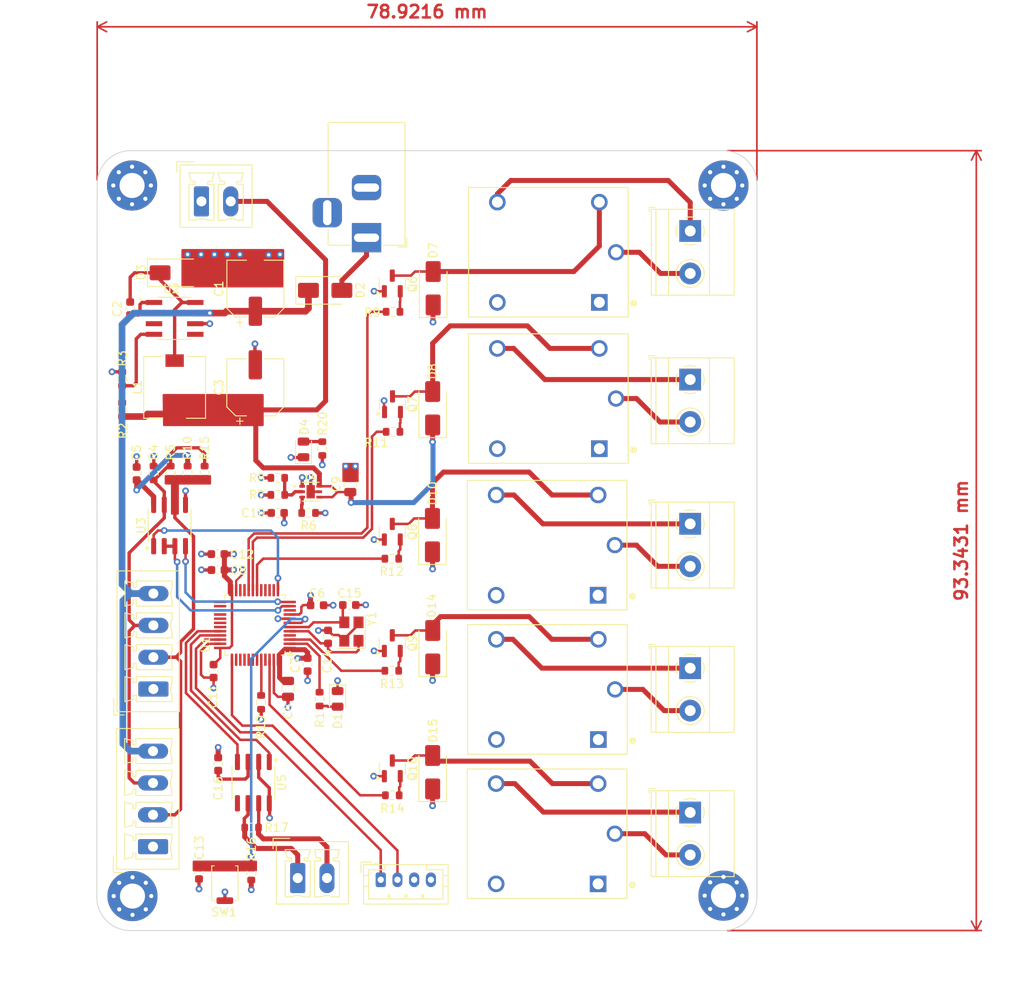
<source format=kicad_pcb>
(kicad_pcb (version 20240108) (generator "pcbnew") (generator_version "8.0")
  (layers (0 "F.Cu" signal) (1 "In1.Cu" power "GND") (2 "In2.Cu" power "PWR") (31 "B.Cu" signal) (34 "B.Paste" user) (35 "F.Paste" user) (36 "B.SilkS" user "B.Silkscreen") (37 "F.SilkS" user "F.Silkscreen") (38 "B.Mask" user) (39 "F.Mask" user) (44 "Edge.Cuts" user))
  (net 0 "")
  (net 1 "GND")
  (net 2 "+24V")
  (net 3 "Net-(U2-BOOT)")
  (net 4 "Net-(D3-K)")
  (net 5 "+12V")
  (net 6 "+3.3V")
  (net 7 "+3V3")
  (net 8 "Net-(D1-A)")
  (net 9 "Net-(D2-A)")
  (net 10 "Net-(D4-A)")
  (net 11 "Net-(D7-A)")
  (net 12 "Net-(D8-A)")
  (net 13 "Net-(D10-A)")
  (net 14 "Net-(D14-A)")
  (net 15 "Net-(D15-A)")
  (net 16 "Net-(J5-Pin_2)")
  (net 17 "Net-(J5-Pin_3)")
  (net 18 "Net-(J14-Pin_1)")
  (net 19 "Net-(J14-Pin_2)")
  (net 20 "Net-(J15-Pin_2)")
  (net 21 "Net-(J15-Pin_1)")
  (net 22 "Net-(J16-Pin_2)")
  (net 23 "Net-(J16-Pin_1)")
  (net 24 "Net-(J17-Pin_1)")
  (net 25 "Net-(J17-Pin_2)")
  (net 26 "Net-(J18-Pin_1)")
  (net 27 "Net-(J18-Pin_2)")
  (net 28 "Net-(Q6-B)")
  (net 29 "Net-(Q7-B)")
  (net 30 "Net-(Q8-B)")
  (net 31 "Net-(Q9-B)")
  (net 32 "Net-(Q10-B)")
  (net 33 "NRST")
  (net 34 "Net-(U2-VSENSE)")
  (net 35 "Net-(U4-PG)")
  (net 36 "Net-(U4-NC)")
  (net 37 "/HydroB/Block Relay1/RELAY_1")
  (net 38 "/HydroB/Block Relay1/RELAY_4")
  (net 39 "/HydroB/Block Relay1/RELAY_2")
  (net 40 "/HydroB/Block Relay1/RELAY_5")
  (net 41 "/HydroB/Block Relay1/RELAY_3")
  (net 42 "/HydroB/Block Sensor1/RS485_RX")
  (net 43 "/HydroB/Block Sensor1/EN_RS485")
  (net 44 "/HydroB/Block Sensor1/RS485_TX")
  (net 45 "HSE_IN")
  (net 46 "HSE_OUT")
  (net 47 "Net-(U5-VCC)")
  (net 48 "Net-(J3-Pin_1)")
  (net 49 "Net-(J3-Pin_2)")
  (net 50 "SWCLK")
  (net 51 "SWDIO")
  (net 52 "LED")
  (net 53 "BOOT0")
  (net 59 "/HydroB/Canbus tranceiver /CAN_RX")
  (net 68 "/HydroB/Canbus tranceiver /CAN_TX")
  (net 76 "ENA")
  (footprint "Package_TO_SOT_SMD:SOT-23" (layer "F.Cu") (at 143.4055 81.1755 90)
    (property "Reference" "Q7")
    (property "Value" "S8050")
  )
  (footprint "Resistor_SMD:R_0603_1608Metric" (layer "F.Cu") (at 143.4685 84.4775)
    (property "Reference" "R11")
    (property "Value" "470")
  )
  (footprint "Diode_SMD:D_SMA" (layer "F.Cu") (at 117.6 65.45)
    (property "Reference" "D3")
    (property "Value" "B340")
  )
  (footprint "Connector_Phoenix_MC:PhoenixContact_MCV_1,5_2-G-3.5_1x02_P3.50mm_Vertical" (layer "F.Cu") (at 120.55 56.9)
    (property "Reference" "J1" (hide yes))
    (property "Value" "FAN")
  )
  (footprint "TerminalBlock_Phoenix:TerminalBlock_Phoenix_MKDS-1,5-2-5.08_1x02_P5.08mm_Horizontal" (layer "F.Cu") (at 179.019 78.227 -90)
    (property "Reference" "J15" (hide yes))
    (property "Value" "Screw_Terminal_01x02")
  )
  (footprint "Capacitor_SMD:C_0603_1608Metric" (layer "F.Cu") (at 135.6965 109.0225 90)
    (property "Reference" "C14")
    (property "Value" "22PF")
  )
  (footprint "Resistor_SMD:R_0603_1608Metric" (layer "F.Cu") (at 118.896 89.412 -90)
    (property "Reference" "R10")
    (property "Value" "2.1k")
  )
  (footprint "Inductor_SMD:L_7.3x7.3_H4.5" (layer "F.Cu") (at 117.3415 79.1595 90)
    (property "Reference" "L1")
    (property "Value" "68uH")
  )
  (footprint "Crystal:Crystal_SMD_3225-4Pin_3.2x2.5mm" (layer "F.Cu") (at 138.4905 108.3875 90)
    (property "Reference" "Y1")
    (property "Value" "8Mhz")
  )
  (footprint "SRD-05VDC-SL-C (1):RELAY_SRD-05VDC-SL-C" (layer "F.Cu") (at 161.907 98.044 180)
    (property "Reference" "K8" (hide yes))
    (property "Value" "SRD-05VDC-SL-C")
  )
  (footprint "Package_TO_SOT_SMD:SOT-23" (layer "F.Cu") (at 143.383 124.7625 90)
    (property "Reference" "Q10")
    (property "Value" "S8050")
  )
  (footprint "Capacitor_SMD:C_0603_1608Metric" (layer "F.Cu") (at 122 113.122 -90)
    (property "Reference" "C11")
    (property "Value" "100nf")
  )
  (footprint "Resistor_SMD:R_0603_1608Metric" (layer "F.Cu") (at 143.383 127.986)
    (property "Reference" "R14")
    (property "Value" "470")
  )
  (footprint "Package_TO_SOT_SMD:SOT-23" (layer "F.Cu") (at 143.383 66.7235 90)
    (property "Reference" "Q6")
    (property "Value" "S8050")
  )
  (footprint "Capacitor_SMD:CP_Elec_6.3x5.4_Nichicon" (layer "F.Cu") (at 126.9935 79.1595 90)
    (property "Reference" "C3")
    (property "Value" "47uF")
  )
  (footprint "Diode_SMD:D_SMA" (layer "F.Cu") (at 148.209 81.661 90)
    (property "Reference" "D8")
    (property "Value" "1N4007")
  )
  (footprint "Capacitor_SMD:C_0603_1608Metric" (layer "F.Cu") (at 134.383 105.242)
    (property "Reference" "C6")
    (property "Value" "100nf")
  )
  (footprint "SRD-05VDC-SL-C (1):RELAY_SRD-05VDC-SL-C" (layer "F.Cu") (at 162.048 80.5 180)
    (property "Reference" "K7" (hide yes))
    (property "Value" "SRD-05VDC-SL-C")
  )
  (footprint "Connector_Phoenix_MC:PhoenixContact_MCV_1,5_4-G-3.81_1x04_P3.81mm_Vertical" (layer "F.Cu") (at 114.8 115.27 90)
    (property "Reference" "J5" (hide yes))
    (property "Value" "PH SENSOR")
  )
  (footprint "SRD-05VDC-SL-C (1):RELAY_SRD-05VDC-SL-C" (layer "F.Cu") (at 162.052 62.992 180)
    (property "Reference" "K5" (hide yes))
    (property "Value" "SRD-05VDC-SL-C")
  )
  (footprint "Resistor_SMD:R_0603_1608Metric" (layer "F.Cu") (at 134.6815 116.474 -90)
    (property "Reference" "R1")
    (property "Value" "1k")
  )
  (footprint "LED_SMD:LED_0805_2012Metric" (layer "F.Cu") (at 136.8365 116.444 -90)
    (property "Reference" "D1")
    (property "Value" "LED_Small")
  )
  (footprint "Capacitor_SMD:C_0603_1608Metric" (layer "F.Cu") (at 129.6685 94.1895)
    (property "Reference" "C10")
    (property "Value" "1uF")
  )
  (footprint "Capacitor_SMD:C_0603_1608Metric" (layer "F.Cu") (at 122.5085 99.1195 180)
    (property "Reference" "C12")
    (property "Value" "100nf")
  )
  (footprint "Package_SO:SOIC-8_3.9x4.9mm_P1.27mm" (layer "F.Cu") (at 126.7625 126.4715 -90)
    (property "Reference" "U5")
    (property "Value" "SN65HVD230")
  )
  (footprint "Package_TO_SOT_SMD:SOT-23" (layer "F.Cu") (at 143.383 96.4415 90)
    (property "Reference" "Q8")
    (property "Value" "S8050")
  )
  (footprint "TerminalBlock_Phoenix:TerminalBlock_Phoenix_MKDS-1,5-2-5.08_1x02_P5.08mm_Horizontal" (layer "F.Cu") (at 179.019 130.043 -90)
    (property "Reference" "J18" (hide yes))
    (property "Value" "Screw_Terminal_01x02")
  )
  (footprint "Connector_JST:JST_PH_B4B-PH-K_1x04_P2.00mm_Vertical" (layer "F.Cu") (at 142 138.1)
    (property "Reference" "J4" (hide yes))
    (property "Value" "Conn_01x04_Pin")
  )
  (footprint "Resistor_SMD:R_0603_1608Metric" (layer "F.Cu") (at 143.32 113.0785)
    (property "Reference" "R13")
    (property "Value" "470")
  )
  (footprint "MountingHole:MountingHole_3mm_Pad_Via" (layer "F.Cu") (at 112.3 140.05)
    (property "Reference" "H8" (hide yes))
    (property "Value" "MountingHole")
  )
  (footprint "Capacitor_SMD:C_0603_1608Metric" (layer "F.Cu") (at 112.0225 69.7225 -90)
    (property "Reference" "C2")
    (property "Value" "0.01uF")
  )
  (footprint "Diode_SMD:D_SMA" (layer "F.Cu") (at 148.2745 67.2965 90)
    (property "Reference" "D7")
    (property "Value" "1N4007")
  )
  (footprint "Package_SO:SOIC-8_3.9x4.9mm_P1.27mm" (layer "F.Cu") (at 116.737 95.698 90)
    (property "Reference" "U3")
    (property "Value" "SN65HVD72DR")
  )
  (footprint "Capacitor_SMD:C_0805_2012Metric" (layer "F.Cu") (at 138.3565 90.7485 90)
    (property "Reference" "C9")
    (property "Value" "1uF")
  )
  (footprint "Diode_SMD:D_SMA" (layer "F.Cu") (at 148.1865 96.8485 90)
    (property "Reference" "D10")
    (property "Value" "1N4007")
  )
  (footprint "TPS7A2633DRVR:SON65P200X200X80-7N" (layer "F.Cu") (at 133.6185 91.6495)
    (property "Reference" "U4")
    (property "Value" "TPS7A2633DRVR")
  )
  (footprint "Resistor_SMD:R_0603_1608Metric" (layer "F.Cu") (at 114.832 89.412 90)
    (property "Reference" "R4")
    (property "Value" "2.1k")
  )
  (footprint "Diode_SMD:D_SMA" (layer "F.Cu") (at 148.209 125.224 90)
    (property "Reference" "D15")
    (property "Value" "1N4007")
  )
  (footprint "Resistor_SMD:R_0603_1608Metric" (layer "F.Cu") (at 111.0625 81.8265 -90)
    (property "Reference" "R2")
    (property "Value" "10k")
  )
  (footprint "Capacitor_SMD:C_0603_1608Metric" (layer "F.Cu") (at 120.259 137.227 -90)
    (property "Reference" "C13")
    (property "Value" "100nF")
  )
  (footprint "TerminalBlock_Phoenix:TerminalBlock_Phoenix_MKDS-1,5-2-5.08_1x02_P5.08mm_Horizontal" (layer "F.Cu") (at 179.019 95.499 -90)
    (property "Reference" "J16" (hide yes))
    (property "Value" "Screw_Terminal_01x02")
  )
  (footprint "Diode_SMD:D_SMA" (layer "F.Cu") (at 135.35 67.55)
    (property "Reference" "D2")
    (property "Value" "1N4007")
  )
  (footprint "Connector_Phoenix_MC:PhoenixContact_MCV_1,5_2-G-3.5_1x02_P3.50mm_Vertical" (layer "F.Cu") (at 132.0675 137.8925)
    (property "Reference" "J3" (hide yes))
    (property "Value" "Conn_01x02_Pin")
  )
  (footprint "MountingHole:MountingHole_3mm_Pad_Via" (layer "F.Cu") (at 183 55)
    (property "Reference" "H5" (hide yes))
    (property "Value" "MountingHole")
  )
  (footprint "Resistor_SMD:R_0603_1608Metric" (layer "F.Cu") (at 143.32 99.665)
    (property "Reference" "R12")
    (property "Value" "470")
  )
  (footprint "Resistor_SMD:R_0603_1608Metric" (layer "F.Cu") (at 129.6815 89.9985 180)
    (property "Reference" "R8")
    (property "Value" "1.18M")
  )
  (footprint "MountingHole:MountingHole_3mm_Pad_Via" (layer "F.Cu") (at 112.25 55)
    (property "Reference" "H6" (hide yes))
    (property "Value" "MountingHole")
  )
  (footprint "Connector_BarrelJack:BarrelJack_Horizontal" (layer "F.Cu") (at 140.3 61.25 -90)
    (property "Reference" "J2" (hide yes))
    (property "Value" "Barrel_Jack_Switch")
  )
  (footprint "Capacitor_SMD:C_0603_1608Metric" (layer "F.Cu") (at 122.5215 101.0245 180)
    (property "Reference" "C8")
    (property "Value" "100nf")
  )
  (footprint "TerminalBlock_Phoenix:TerminalBlock_Phoenix_MKDS-1,5-2-5.08_1x02_P5.08mm_Horizontal" (layer "F.Cu") (at 179.019 112.771 -90)
    (property "Reference" "J17" (hide yes))
    (property "Value" "Screw_Terminal_01x02")
  )
  (footprint "Resistor_SMD:R_0603_1608Metric" (layer "F.Cu") (at 127.6865 116.8625 -90)
    (property "Reference" "R19")
    (property "Value" "10k")
  )
  (footprint "SRD-05VDC-SL-C (1):RELAY_SRD-05VDC-SL-C" (layer "F.Cu") (at 161.935 115.316 180)
    (property "Reference" "K9" (hide yes))
    (property "Value" "SRD-05VDC-SL-C")
  )
  (footprint "Capacitor_SMD:CP_Elec_6.3x5.4_Nichicon" (layer "F.Cu") (at 127 67.35 90)
    (property "Reference" "C1")
    (property "Value" "4.7uF")
  )
  (footprint "Resistor_SMD:R_0603_1608Metric" (layer "F.Cu") (at 133.3645 94.1895)
    (property "Reference" "R6")
    (property "Value" "10K")
  )
  (footprint "TPS5410D:SOIC127P599X175-8N" (layer "F.Cu") (at 117.3425 70.9045)
    (property "Reference" "U2")
    (property "Value" "TPS5410D")
  )
  (footprint "Capacitor_SMD:C_0603_1608Metric" (layer "F.Cu") (at 122.55 124.25 -90)
    (property "Reference" "C16")
    (property "Value" "100nF")
  )
  (footprint "Package_QFP:LQFP-48_7x7mm_P0.5mm" (layer "F.Cu") (at 126.95 107.6 180)
    (property "Reference" "U1")
    (property "Value" "STM32F103C8Tx")
  )
  (footprint "Resistor_SMD:R_0603_1608Metric" (layer "F.Cu") (at 126.509 137.302 90)
    (property "Reference" "R16")
    (property "Value" "10k")
  )
  (footprint "Resistor_SMD:R_0603_1608Metric" (layer "F.Cu") (at 126.55 131.85)
    (property "Reference" "R17")
    (property "Value" "120")
  )
  (footprint "Capacitor_SMD:C_0805_2012Metric" (layer "F.Cu") (at 130.9035 115.2485 -90)
    (property "Reference" "C4")
    (property "Value" "4.7uf")
  )
  (footprint "Diode_SMD:D_SMA" (layer "F.Cu") (at 148.2185 110.262 90)
    (property "Reference" "D14")
    (property "Value" "1N4007")
  )
  (footprint "Capacitor_SMD:C_0603_1608Metric" (layer "F.Cu") (at 112.8 89.475 90)
    (property "Reference" "C5")
    (property "Value" "0.1uF")
  )
  (footprint "Capacitor_SMD:C_0603_1608Metric" (layer "F.Cu") (at 138.2365 105.2125)
    (property "Reference" "C15")
    (property "Value" "22PF")
  )
  (footprint "Package_TO_SOT_SMD:SOT-23" (layer "F.Cu") (at 143.383 109.7765 90)
    (property "Reference" "Q9")
    (property "Value" "S8050")
  )
  (footprint "Resistor_SMD:R_0603_1608Metric" (layer "F.Cu") (at 120.928 89.411 90)
    (property "Reference" "R15")
    (property "Value" "120")
  )
  (footprint "Capacitor_SMD:C_0603_1608Metric" (layer "F.Cu") (at 133.25 112.35 -90)
    (property "Reference" "C7")
    (property "Value" "100nf")
  )
  (footprint "TerminalBlock_Phoenix:TerminalBlock_Phoenix_MKDS-1,5-2-5.08_1x02_P5.08mm_Horizontal" (layer "F.Cu") (at 179.024 60.447 -90)
    (property "Reference" "J14" (hide yes))
    (property "Value" "Screw_Terminal_01x02")
  )
  (footprint "LED_SMD:LED_0805_2012Metric" (layer "F.Cu") (at 132.7565 86.586 90)
    (property "Reference" "D4")
    (property "Value" "LED_Small")
  )
  (footprint "Resistor_SMD:R_0603_1608Metric" (layer "F.Cu") (at 143.471 70.113)
    (property "Reference" "R9")
    (property "Value" "470")
  )
  (footprint "Resistor_SMD:R_0603_1608Metric" (layer "F.Cu") (at 135.0065 86.486 90)
    (property "Reference" "R20")
    (property "Value" "1k")
  )
  (footprint "SRD-05VDC-SL-C (1):RELAY_SRD-05VDC-SL-C" (layer "F.Cu") (at 161.907 132.588 180)
    (property "Reference" "K10" (hide yes))
    (property "Value" "SRD-05VDC-SL-C")
  )
  (footprint "Resistor_SMD:R_0603_1608Metric" (layer "F.Cu") (at 116.864 89.413 90)
    (property "Reference" "R5")
    (property "Value" "124")
  )
  (footprint "MountingHole:MountingHole_3mm_Pad_Via" (layer "F.Cu") (at 183 140)
    (property "Reference" "H7" (hide yes))
    (property "Value" "MountingHole")
  )
  (footprint "Button_Switch_SMD:SW_Push_SPST_NO_Alps_SKRK" (layer "F.Cu") (at 123.35 138.5 90)
    (property "Reference" "SW1")
    (property "Value" "SW_Push")
  )
  (footprint "Connector_Phoenix_MC:PhoenixContact_MCV_1,5_4-G-3.81_1x04_P3.81mm_Vertical" (layer "F.Cu") (at 114.7575 134.1325 90)
    (property "Reference" "J6" (hide yes))
    (property "Value" "EC SENSOR")
  )
  (footprint "Resistor_SMD:R_0603_1608Metric" (layer "F.Cu") (at 129.6815 92.0305)
    (property "Reference" "R7")
    (property "Value" "1.96M")
  )
  (footprint "Resistor_SMD:R_0603_1608Metric" (layer "F.Cu") (at 111.0625 78.1435 -90)
    (property "Reference" "R3")
    (property "Value" "1.13k")
  )
  (gr_arc (start 108.078427 54.828427) (mid 109.25 52) (end 112.078427 50.828427) (stroke (width 0.1)) (layer "Edge.Cuts"))
  (gr_line (start 187 54.828427) (end 187 140.171573) (stroke (width 0.1)) (layer "Edge.Cuts"))
  (gr_arc (start 183 50.828427) (mid 185.828427 52) (end 187 54.828427) (stroke (width 0.1)) (layer "Edge.Cuts"))
  (gr_arc (start 112.028427 144.171573) (mid 109.2 143) (end 108.028427 140.171573) (stroke (width 0.1)) (layer "Edge.Cuts"))
  (gr_arc (start 187 140.171573) (mid 185.828427 143) (end 183 144.171573) (stroke (width 0.1)) (layer "Edge.Cuts"))
  (gr_line (start 108.028427 140.171573) (end 108.078427 54.828427) (stroke (width 0.1)) (layer "Edge.Cuts"))
  (gr_line (start 112.078427 50.828427) (end 183 50.828427) (stroke (width 0.1)) (layer "Edge.Cuts"))
  (gr_line (start 183 144.171573) (end 112.028427 144.171573) (stroke (width 0.1)) (layer "Edge.Cuts"))
  (dimension (type aligned) (layer "F.Cu") (pts (xy 108.078427 54.828427) (xy 187 54.828427)) (height -18.828427) (gr_text "78.9216 mm" (at 147.539214 34.2 0) (layer "F.Cu") (effects (font (size 1.5 1.5) (thickness 0.3)))) (format (prefix "") (suffix "") (units 3) (units_format 1) (precision 4)) (style (thickness 0.2) (arrow_length 1.27) (text_position_mode 0) (extension_height 0.58642) (extension_offset 0.5) keep_text_aligned))
  (dimension (type aligned) (layer "F.Cu") (pts (xy 183 50.828427) (xy 183 144.171573)) (height -30.25) (gr_text "93.3431 mm" (at 211.45 97.5 90) (layer "F.Cu") (effects (font (size 1.5 1.5) (thickness 0.3)))) (format (prefix "") (suffix "") (units 3) (units_format 1) (precision 4)) (style (thickness 0.2) (arrow_length 1.27) (text_position_mode 0) (extension_height 0.58642) (extension_offset 0.5) keep_text_aligned))
  (segment (start 121.35 109.85) (end 122.7875 109.85) (width 0.3) (layer "F.Cu") (net 1))
  (segment (start 133.6185 91.6495) (end 133.6185 89.9605) (width 0.4) (layer "F.Cu") (net 1))
  (segment (start 109.85 77.3) (end 111.044 77.3) (width 0.4) (layer "F.Cu") (net 1))
  (segment (start 130.9035 117.4455) (end 130.8865 117.4625) (width 0.4) (layer "F.Cu") (net 1))
  (segment (start 122 113.897) (end 122 115.142) (width 0.3) (layer "F.Cu") (net 1))
  (segment (start 125.45 101.55) (end 125.45 101) (width 0.25) (layer "F.Cu") (net 1))
  (segment (start 129.2125 111.7625) (end 129.2125 115.7125) (width 0.3) (layer "F.Cu") (net 1))
  (segment (start 139.3405 107.5595) (end 139.3405 107.2875) (width 0.3) (layer "F.Cu") (net 1))
  (segment (start 130.4565 94.2025) (end 130.4435 94.1895) (width 0.4) (layer "F.Cu") (net 1))
  (segment (start 128.6675 128.9465) (end 128.6675 127.1175) (width 0.4) (layer "F.Cu") (net 1))
  (segment (start 127.3975 125.8475) (end 127.3975 123.9965) (width 0.4) (layer "F.Cu") (net 1))
  (segment (start 130.4565 95.3985) (end 130.4565 94.2025) (width 0.4) (layer "F.Cu") (net 1))
  (segment (start 127.7 117.701) (end 127.6865 117.6875) (width 0.4) (layer "F.Cu") (net 1))
  (segment (start 114.85 88.569) (end 114.832 88.587) (width 0.4) (layer "F.Cu") (net 1))
  (segment (start 120.5745 101.0245) (end 120.55 101) (width 0.4) (layer "F.Cu") (net 1))
  (segment (start 133.6185 89.9605) (end 133.6065 89.9485) (width 0.4) (layer "F.Cu") (net 1))
  (segment (start 128.6675 127.1175) (end 127.3975 125.8475) (width 0.4) (layer "F.Cu") (net 1))
  (segment (start 136.8365 115.5065) (end 136.8365 114.2625) (width 0.3) (layer "F.Cu") (net 1))
  (segment (start 126.95 73.95) (end 126.95 76.416) (width 0.4) (layer "F.Cu") (net 1))
  (segment (start 137.6405 109.4875) (end 137.6405 109.2595) (width 0.3) (layer "F.Cu") (net 1))
  (segment (start 142.433 110.714) (end 141.214 110.714) (width 0.3) (layer "F.Cu") (net 1))
  (segment (start 127.7065 89.9985) (end 128.8565 89.9985) (width 0.4) (layer "F.Cu") (net 1))
  (segment (start 129.6985 116.1985) (end 130.9035 116.1985) (width 0.3) (layer "F.Cu") (net 1))
  (segment (start 120.5 113.55) (end 120.5 110.7) (width 0.3) (layer "F.Cu") (net 1))
  (segment (start 130.9035 116.1985) (end 130.9035 117.4455) (width 0.4) (layer "F.Cu") (net 1))
  (segment (start 133.25 114.2625) (end 133.25 113.125) (width 0.3) (layer "F.Cu") (net 1))
  (segment (start 134.5515 108.2475) (end 134.5365 108.2625) (width 0.3) (layer "F.Cu") (net 1))
  (segment (start 132.7315 87.5485) (end 132.7565 87.5235) (width 0.4) (layer "F.Cu") (net 1))
  (segment (start 141.211 67.661) (end 141.2 67.65) (width 0.3) (layer "F.Cu") (net 1))
  (segment (start 126.95 76.416) (end 126.9935 76.4595) (width 0.4) (layer "F.Cu") (net 1))
  (segment (start 136.25 108.8) (end 136.953 108.8) (width 0.3) (layer "F.Cu") (net 1))
  (segment (start 124.7 103.4375) (end 124.7 102.3) (width 0.25) (layer "F.Cu") (net 1))
  (segment (start 141.2 97.379) (end 142.433 97.379) (width 0.3) (layer "F.Cu") (net 1))
  (segment (start 140.2 105.2) (end 139.024 105.2) (width 0.3) (layer "F.Cu") (net 1))
  (segment (start 118.642 93.223) (end 118.642 91.558) (width 0.4) (layer "F.Cu") (net 1))
  (segment (start 137.6405 109.2595) (end 139.3405 107.5595) (width 0.3) (layer "F.Cu") (net 1))
  (segment (start 142.4 82.0575) (end 142.4555 82.113) (width 0.3) (layer "F.Cu") (net 1))
  (segment (start 121.7465 101.0245) (end 120.5745 101.0245) (width 0.4) (layer "F.Cu") (net 1))
  (segment (start 128.7 130.7) (end 128.7 128.979) (width 0.4) (layer "F.Cu") (net 1))
  (segment (start 122 115.142) (end 121.9965 115.1455) (width 0.3) (layer "F.Cu") (net 1))
  (segment (start 131.2565 87.5485) (end 132.7315 87.5485) (width 0.4) (layer "F.Cu") (net 1))
  (segment (start 135.6975 108.2475) (end 136.25 108.8) (width 0.3) (layer "F.Cu") (net 1))
  (segment (start 122 113.897) (end 120.847 113.897) (width 0.3) (layer "F.Cu") (net 1))
  (segment (start 121.7335 99.1195) (end 120.5695 99.1195) (width 0.4) (layer "F.Cu") (net 1))
  (segment (start 134.6385 91.6495) (end 133.6185 91.6495) (width 0.3) (layer "F.Cu") (net 1))
  (segment (start 118.642 91.558) (end 118.65 91.55) (width 0.4) (layer "F.Cu") (net 1))
  (segment (start 142.433 125.7) (end 141.15 125.7) (width 0.3) (layer "F.Cu") (net 1))
  (segment (start 142.433 67.661) (end 141.211 67.661) (width 0.3) (layer "F.Cu") (net 1))
  (segment (start 139.024 105.2) (end 139.0115 105.2125) (width 0.3) (layer "F.Cu") (net 1))
  (segment (start 114.85 87.4) (end 114.85 88.569) (width 0.4) (layer "F.Cu") (net 1))
  (segment (start 141.214 110.714) (end 141.2 110.7) (width 0.3) (layer "F.Cu") (net 1))
  (segment (start 136.306 105.242) (end 135.158 105.242) (width 0.3) (layer "F.Cu") (net 1))
  (segment (start 124.7 102.3) (end 125.45 101.55) (width 0.25) (layer "F.Cu") (net 1))
  (segment (start 135.6965 108.2475) (end 134.5515 108.2475) (width 0.3) (layer "F.Cu") (net 1))
  (segment (start 127.7 118.9) (end 127.7 117.701) (width 0.4) (layer "F.Cu") (net 1))
  (segment (start 120.5 110.7) (end 121.35 109.85) (width 0.3) (layer "F.Cu") (net 1))
  (segment (start 120.259 138.002) (end 120.259 139.2) (width 0.4) (layer "F.Cu") (net 1))
  (segment (start 120.847 113.897) (end 120.5 113.55) (width 0.3) (layer "F.Cu") (net 1))
  (segment (start 129.2125 115.7125) (end 129.6985 116.1985) (width 0.3) (layer "F.Cu") (net 1))
  (segment (start 123.359 139.55) (end 123.359 140.591) (width 0.4) (layer "F.Cu") (net 1))
  (segment (start 123.359 140.591) (end 123.35 140.6) (width 0.4) (layer "F.Cu") (net 1))
  (segment (start 142.4 80.75) (end 142.4 82.0575) (width 0.3) (layer "F.Cu") (net 1))
  (segment (start 112.8 87.45) (end 112.8 88.7) (width 0.4) (layer "F.Cu") (net 1))
  (segment (start 111.044 77.3) (end 111.0625 77.3185) (width 0.4) (layer "F.Cu") (net 1))
  (segment (start 121.55 71.5395) (end 119.8125 71.5395) (width 0.4) (layer "F.Cu") (net 1))
  (segment (start 128.7 128.979) (end 128.6675 128.9465) (width 0.4) (layer "F.Cu") (net 1))
  (segment (start 136.953 108.8) (end 137.6405 109.4875) (width 0.3) (layer "F.Cu") (net 1))
  (segment (start 135.6965 108.2475) (end 135.6975 108.2475) (width 0.3) (layer "F.Cu") (net 1))
  (segment (start 129.7 106.85) (end 131.125 106.85) (width 0.3) (layer "F.Cu") (net 1))
  (segment (start 120.5695 99.1195) (end 120.55 99.1) (width 0.4) (layer "F.Cu") (net 1))
  (via (at 133.25 114.2625) (size 0.8) (drill 0.4) (layers "F.Cu" "B.Cu") (net 1))
  (via (at 141.2 67.65) (size 0.8) (drill 0.4) (layers "F.Cu" "B.Cu") (net 1))
  (via (at 128.7 130.7) (size 0.8) (drill 0.4) (layers "F.Cu" "B.Cu") (net 1))
  (via (at 129.7 106.85) (size 0.8) (drill 0.4) (layers "F.Cu" "B.Cu") (net 1))
  (via (at 118.65 91.55) (size 0.8) (drill 0.4) (layers "F.Cu" "B.Cu") (net 1))
  (via (at 125.45 101) (size 0.8) (drill 0.4) (layers "F.Cu" "B.Cu") (net 1))
  (via (at 130.8865 117.4625) (size 0.8) (drill 0.4) (layers "F.Cu" "B.Cu") (net 1))
  (via (at 121.9965 115.1455) (size 0.8) (drill 0.4) (layers "F.Cu" "B.Cu") (net 1))
  (via (at 120.55 99.1) (size 0.8) (drill 0.4) (layers "F.Cu" "B.Cu") (net 1))
  (via (at 114.85 87.4) (size 0.8) (drill 0.4) (layers "F.Cu" "B.Cu") (net 1))
  (via (at 136.8365 114.2625) (size 0.8) (drill 0.4) (layers "F.Cu" "B.Cu") (net 1))
  (via (at 133.6065 89.9485) (size 0.8) (drill 0.4) (layers "F.Cu" "B.Cu") (net 1))
  (via (at 138.9565 88.5985) (size 0.8) (drill 0.4) (layers "F.Cu" "B.Cu") (net 1))
  (via (at 136.306 105.242) (size 0.8) (drill 0.4) (layers "F.Cu" "B.Cu") (net 1))
  (via (at 118.9 63.25) (size 0.8) (drill 0.4) (layers "F.Cu" "B.Cu") (net 1))
  (via (at 142.4 80.75) (size 0.8) (drill 0.4) (layers "F.Cu" "B.Cu") (net 1))
  (via (at 129.95 63.25) (size 0.8) (drill 0.4) (layers "F.Cu" "B.Cu") (net 1))
  (via (at 130.4565 95.3985) (size 0.8) (drill 0.4) (layers "F.Cu" "B.Cu") (net 1))
  (via (at 126.95 73.95) (size 0.8) (drill 0.4) (layers "F.Cu" "B.Cu") (net 1))
  (via (at 141.15 125.7) (size 0.8) (drill 0.4) (layers "F.Cu" "B.Cu") (net 1))
  (via (at 127.7 118.9) (size 0.8) (drill 0.4) (layers "F.Cu" "B.Cu") (net 1))
  (via (at 127.7065 89.9985) (size 0.8) (drill 0.4) (layers "F.Cu" "B.Cu") (net 1))
  (via (at 140.2 105.2) (size 0.8) (drill 0.4) (layers "F.Cu" "B.Cu") (net 1))
  (via (at 125.15 63.25) (size 0.8) (drill 0.4) (layers "F.Cu" "B.Cu") (net 1))
  (via (at 123.359 139.55) (size 0.8) (drill 0.4) (layers "F.Cu" "B.Cu") (net 1))
  (via (at 141.2 110.7) (size 0.8) (drill 0.4) (layers "F.Cu" "B.Cu") (net 1))
  (via (at 120.259 139.2) (size 0.8) (drill 0.4) (layers "F.Cu" "B.Cu") (net 1))
  (via (at 109.85 77.3) (size 0.8) (drill 0.4) (layers "F.Cu" "B.Cu") (net 1))
  (via (at 122.1 63.25) (size 0.8) (drill 0.4) (layers "F.Cu" "B.Cu") (net 1))
  (via (at 120.55 101) (size 0.8) (drill 0.4) (layers "F.Cu" "B.Cu") (net 1))
  (via (at 128.6 63.3) (size 0.8) (drill 0.4) (layers "F.Cu" "B.Cu") (net 1))
  (via (at 131.2565 87.5485) (size 0.8) (drill 0.4) (layers "F.Cu" "B.Cu") (net 1))
  (via (at 123.65 63.25) (size 0.8) (drill 0.4) (layers "F.Cu" "B.Cu") (net 1))
  (via (at 120.5 63.25) (size 0.8) (drill 0.4) (layers "F.Cu" "B.Cu") (net 1))
  (via (at 137.8065 88.5985) (size 0.8) (drill 0.4) (layers "F.Cu" "B.Cu") (net 1))
  (via (at 141.2 97.379) (size 0.8) (drill 0.4) (layers "F.Cu" "B.Cu") (net 1))
  (via (at 121.55 71.5395) (size 0.8) (drill 0.4) (layers "F.Cu" "B.Cu") (net 1))
  (via (at 134.5365 108.2625) (size 0.8) (drill 0.4) (layers "F.Cu" "B.Cu") (net 1))
  (via (at 112.8 87.45) (size 0.8) (drill 0.4) (layers "F.Cu" "B.Cu") (net 1))
  (segment (start 133.35 69.7) (end 133.35 67.55) (width 0.8) (layer "F.Cu") (net 2))
  (segment (start 123.3305 70.2695) (end 123.55 70.05) (width 0.8) (layer "F.Cu") (net 2))
  (segment (start 121.55 70.2695) (end 123.3305 70.2695) (width 0.8) (layer "F.Cu") (net 2))
  (segment (start 119.8125 70.2695) (end 121.55 70.2695) (width 0.8) (layer "F.Cu") (net 2))
  (segment (start 133 70.05) (end 133.35 69.7) (width 0.8) (layer "F.Cu") (net 2))
  (segment (start 127 70.05) (end 133 70.05) (width 0.8) (layer "F.Cu") (net 2))
  (segment (start 123.55 70.05) (end 127 70.05) (width 0.8) (layer "F.Cu") (net 2))
  (via (at 121.55 70.2695) (size 0.8) (drill 0.4) (layers "F.Cu" "B.Cu") (net 2))
  (segment (start 111.05 102.75) (end 112.14 103.84) (width 0.8) (layer "B.Cu") (net 2))
  (segment (start 114.7575 122.7025) (end 112.0525 122.7025) (width 0.8) (layer "B.Cu") (net 2))
  (segment (start 112.4305 70.2695) (end 111.05 71.65) (width 0.8) (layer "B.Cu") (net 2))
  (segment (start 111.15 104.7) (end 112.01 103.84) (width 0.8) (layer "B.Cu") (net 2))
  (segment (start 112.14 103.84) (end 114.8 103.84) (width 0.8) (layer "B.Cu") (net 2))
  (segment (start 121.55 70.2695) (end 112.4305 70.2695) (width 0.8) (layer "B.Cu") (net 2))
  (segment (start 111.05 71.65) (end 111.05 102.75) (width 0.8) (layer "B.Cu") (net 2))
  (segment (start 111.15 121.8) (end 111.15 104.7) (width 0.8) (layer "B.Cu") (net 2))
  (segment (start 112.01 103.84) (end 114.8 103.84) (width 0.8) (layer "B.Cu") (net 2))
  (segment (start 112.0525 122.7025) (end 111.15 121.8) (width 0.8) (layer "B.Cu") (net 2))
  (segment (start 112.0225 70.4975) (end 113.0025 70.4975) (width 0.4) (layer "F.Cu") (net 3))
  (segment (start 113.2 69.25) (end 113.4505 68.9995) (width 0.4) (layer "F.Cu") (net 3))
  (segment (start 113.0025 70.4975) (end 113.2 70.3) (width 0.4) (layer "F.Cu") (net 3))
  (segment (start 113.4505 68.9995) (end 114.8725 68.9995) (width 0.4) (layer "F.Cu") (net 3))
  (segment (start 113.2 70.3) (end 113.2 69.25) (width 0.4) (layer "F.Cu") (net 3))
  (segment (start 112.55 65.45) (end 115.6 65.45) (width 0.4) (layer "F.Cu") (net 4))
  (segment (start 117.3415 75.9595) (end 117.3415 69.8585) (width 0.4) (layer "F.Cu") (net 4))
  (segment (start 119.8125 68.9995) (end 118.2995 68.9995) (width 0.4) (layer "F.Cu") (net 4))
  (segment (start 117.3415 69.8585) (end 118.2005 68.9995) (width 0.4) (layer "F.Cu") (net 4))
  (segment (start 112.0225 68.9475) (end 112.0225 65.9775) (width 0.4) (layer "F.Cu") (net 4))
  (segment (start 115.6 66.3) (end 115.6 65.45) (width 0.4) (layer "F.Cu") (net 4))
  (segment (start 112.0225 65.9775) (end 112.55 65.45) (width 0.4) (layer "F.Cu") (net 4))
  (segment (start 118.2995 68.9995) (end 115.6 66.3) (width 0.4) (layer "F.Cu") (net 4))
  (segment (start 118.2005 68.9995) (end 119.8125 68.9995) (width 0.4) (layer "F.Cu") (net 4))
  (segment (start 138.45 92.95) (end 138.45 91.792) (width 0.6) (layer "F.Cu") (net 5))
  (segment (start 138.45 91.792) (end 138.3565 91.6985) (width 0.6) (layer "F.Cu") (net 5))
  (segment (start 136.1075 90.9995) (end 136.8065 91.6985) (width 0.3) (layer "F.Cu") (net 5))
  (segment (start 114.1 82.35) (end 117.332 82.35) (width 0.8) (layer "F.Cu") (net 5))
  (segment (start 168.05 138.545) (end 168.007 138.588) (width 0.6) (layer "F.Cu") (net 5))
  (segment (start 134.6565 90.7985) (end 134.6565 89.4985) (width 0.6) (layer "F.Cu") (net 5))
  (segment (start 134.6385 90.9995) (end 136.1075 90.9995) (width 0.3) (layer "F.Cu") (net 5))
  (segment (start 128.4 56.9) (end 124.05 56.9) (width 0.6) (layer "F.Cu") (net 5))
  (segment (start 148.2 85.7) (end 148.2 83.67) (width 0.6) (layer "F.Cu") (net 5))
  (segment (start 148.2 127.233) (end 148.209 127.224) (width 0.6) (layer "F.Cu") (net 5))
  (segment (start 134.3405 81.8595) (end 135.4 80.8) (width 0.6) (layer "F.Cu") (net 5))
  (segment (start 126.984 81.85) (end 126.9935 81.8595) (width 0.8) (layer "F.Cu") (net 5))
  (segment (start 148.25 69.321) (end 148.2745 69.2965) (width 0.6) (layer "F.Cu") (net 5))
  (segment (start 134.6565 89.4985) (end 133.9565 88.7985) (width 0.6) (layer "F.Cu") (net 5))
  (segment (start 148.2 112.2805) (end 148.2185 112.262) (width 0.6) (layer "F.Cu") (net 5))
  (segment (start 113.7985 82.6515) (end 114.1 82.35) (width 0.8) (layer "F.Cu") (net 5))
  (segment (start 127.05 81.916) (end 126.9935 81.8595) (width 0.6) (layer "F.Cu") (net 5))
  (segment (start 138.3565 91.6985) (end 136.8065 91.6985) (width 0.3) (layer "F.Cu") (net 5))
  (segment (start 148.2 100.9) (end 148.2 98.862) (width 0.6) (layer "F.Cu") (net 5))
  (segment (start 127.9485 88.7985) (end 127.05 87.9) (width 0.6) (layer "F.Cu") (net 5))
  (segment (start 111.0625 82.6515) (end 113.7985 82.6515) (width 0.8) (layer "F.Cu") (net 5))
  (segment (start 136.2055 92.2995) (end 134.6385 92.2995) (width 0.3) (layer "F.Cu") (net 5))
  (segment (start 148.25 71.35) (end 148.25 69.321) (width 0.6) (layer "F.Cu") (net 5))
  (segment (start 148.2 83.67) (end 148.209 83.661) (width 0.6) (layer "F.Cu") (net 5))
  (segment (start 117.332 82.35) (end 117.3415 82.3595) (width 0.8) (layer "F.Cu") (net 5))
  (segment (start 136.8065 91.6985) (end 136.2055 92.2995) (width 0.3) (layer "F.Cu") (net 5))
  (segment (start 135.4 80.8) (end 135.4 63.9) (width 0.6) (layer "F.Cu") (net 5))
  (segment (start 148.2 98.862) (end 148.1865 98.8485) (width 0.6) (layer "F.Cu") (net 5))
  (segment (start 126.9935 81.8595) (end 134.3405 81.8595) (width 0.6) (layer "F.Cu") (net 5))
  (segment (start 127.05 87.9) (end 127.05 81.916) (width 0.6) (layer "F.Cu") (net 5))
  (segment (start 133.9565 88.7985) (end 127.9485 88.7985) (width 0.6) (layer "F.Cu") (net 5))
  (segment (start 148.2 129.25) (end 148.2 127.233) (width 0.6) (layer "F.Cu") (net 5))
  (segment (start 135.4 63.9) (end 128.4 56.9) (width 0.6) (layer "F.Cu") (net 5))
  (segment (start 148.2 114.25) (end 148.2 112.2805) (width 0.6) (layer "F.Cu") (net 5))
  (via (at 148.2 100.9) (size 0.8) (drill 0.4) (layers "F.Cu" "B.Cu") (net 5))
  (via (at 148.2 114.25) (size 0.8) (drill 0.4) (layers "F.Cu" "B.Cu") (net 5))
  (via (at 148.2 85.7) (size 0.8) (drill 0.4) (layers "F.Cu" "B.Cu") (net 5))
  (via (at 138.45 92.95) (size 0.8) (drill 0.4) (layers "F.Cu" "B.Cu") (net 5))
  (via (at 148.2 129.25) (size 0.8) (drill 0.4) (layers "F.Cu" "B.Cu") (net 5))
  (via (at 148.25 71.35) (size 0.8) (drill 0.4) (layers "F.Cu" "B.Cu") (net 5))
  (segment (start 148.25 85.75) (end 148.2 85.7) (width 0.6) (layer "B.Cu") (net 5))
  (segment (start 148.25 90.65) (end 148.25 85.75) (width 0.6) (layer "B.Cu") (net 5))
  (segment (start 138.45 92.95) (end 145.95 92.95) (width 0.6) (layer "B.Cu") (net 5))
  (segment (start 145.95 92.95) (end 148.25 90.65) (width 0.6) (layer "B.Cu") (net 5))
  (segment (start 133.25 110.9) (end 133.25 111.575) (width 0.6) (layer "F.Cu") (net 6))
  (segment (start 133.25 111.575) (end 132.075 111.575) (width 0.6) (layer "F.Cu") (net 6))
  (segment (start 124.4745 101.0245) (end 124.45 101) (width 0.3) (layer "F.Cu") (net 6))
  (segment (start 129.9 111.15) (end 130.4875 110.5625) (width 0.6) (layer "F.Cu") (net 6))
  (segment (start 124.4 101) (end 124.3875 101.0125) (width 0.6) (layer "F.Cu") (net 6))
  (segment (start 123.9 110.35) (end 124.2 110.05) (width 0.3) (layer "F.Cu") (net 6))
  (segment (start 133.6 104.05) (end 133.6 105.234) (width 0.6) (layer "F.Cu") (net 6))
  (segment (start 132.6065 90.9915) (end 132.5985 90.9995) (width 0.4) (layer "F.Cu") (net 6))
  (segment (start 123.2965 99.1325) (end 123.2835 99.1195) (width 0.3) (layer "F.Cu") (net 6))
  (segment (start 126.509 138.127) (end 126.509 139.3) (width 0.6) (layer "F.Cu") (net 6))
  (segment (start 130.9035 114.2985) (end 130.2985 114.2985) (width 0.6) (layer "F.Cu") (net 6))
  (segment (start 128.8845 94.1985) (end 128.8935 94.1895) (width 0.4) (layer "F.Cu") (net 6))
  (segment (start 123.2835 99.1195) (end 124.4 99.1195) (width 0.6) (layer "F.Cu") (net 6))
  (segment (start 131.125 106.35) (end 132.25 106.35) (width 0.3) (layer "F.Cu") (net 6))
  (segment (start 123.2835 101.0115) (end 123.2965 101.0245) (width 0.3) (layer "F.Cu") (net 6))
  (segment (start 123.2965 101.0245) (end 123.2965 101.7225) (width 0.6) (layer "F.Cu") (net 6))
  (segment (start 122.7875 110.35) (end 123.9 110.35) (width 0.3) (layer "F.Cu") (net 6))
  (segment (start 122.8 111.547) (end 122.8 110.35) (width 0.3) (layer "F.Cu") (net 6))
  (segment (start 135.0065 88.4485) (end 135.0065 87.311) (width 0.4) (layer "F.Cu") (net 6))
  (segment (start 130.4875 110.5625) (end 132.9125 110.5625) (width 0.6) (layer "F.Cu") (net 6))
  (segment (start 134.1985 94.1985) (end 134.1895 94.1895) (width 0.4) (layer "F.Cu") (net 6))
  (segment (start 133.6 105.234) (end 133.608 105.242) (width 0.6) (layer "F.Cu") (net 6))
  (segment (start 123.3085 101.0125) (end 123.2965 101.0245) (width 0.3) (layer "F.Cu") (net 6))
  (segment (start 122 112.347) (end 122.8 111.547) (width 0.3) (layer "F.Cu") (net 6))
  (segment (start 124.3875 101.0125) (end 123.3085 101.0125) (width 0.6) (layer "F.Cu") (net 6))
  (segment (start 124 102.426) (end 124 103.85) (width 0.6) (layer "F.Cu") (net 6))
  (segment (start 129.9 113.9) (end 129.9 111.15) (width 0.6) (layer "F.Cu") (net 6))
  (segment (start 132.25 106.35) (end 132.5 106.1) (width 0.3) (layer "F.Cu") (net 6))
  (segment (start 124.45 101) (end 124.4 101) (width 0.3) (layer "F.Cu") (net 6))
  (segment (start 132.9125 110.5625) (end 133.25 110.9) (width 0.6) (layer "F.Cu") (net 6))
  (segment (start 132.075 111.575) (end 132.05 111.6) (width 0.6) (layer "F.Cu") (net 6))
  (segment (start 123.2965 101.7225) (end 124 102.426) (width 0.6) (layer "F.Cu") (net 6))
  (segment (start 130.2985 114.2985) (end 129.9 113.9) (width 0.6) (layer "F.Cu") (net 6))
  (segment (start 127.7065 92.0485) (end 128.8385 92.0485) (width 0.4) (layer "F.Cu") (net 6))
  (segment (start 132.5 106.1) (end 132.5 105.45) (width 0.3) (layer "F.Cu") (net 6))
  (segment (start 123.2965 101.0245) (end 123.2965 99.1325) (width 0.6) (layer "F.Cu") (net 6))
  (segment (start 133.7 105.15) (end 133.608 105.242) (width 0.3) (layer "F.Cu") (net 6))
  (segment (start 122.55 123.475) (end 122.55 122.25) (width 0.6) (layer "F.Cu") (net 6))
  (segment (start 124.2 110.05) (end 124.2 103.4375) (width 0.3) (layer "F.Cu") (net 6))
  (segment (start 132.708 105.242) (end 133.7 105.15) (width 0.3) (layer "F.Cu") (net 6))
  (segment (start 127.7065 94.1985) (end 128.8845 94.1985) (width 0.4) (layer "F.Cu") (net 6))
  (segment (start 135.3565 94.1985) (end 134.1985 94.1985) (width 0.4) (layer "F.Cu") (net 6))
  (segment (start 132.5 105.45) (end 132.708 105.242) (width 0.3) (layer "F.Cu") (net 6))
  (segment (start 132.6065 89.9485) (end 132.6065 90.9915) (width 0.4) (layer "F.Cu") (net 6))
  (segment (start 128.8385 92.0485) (end 128.8565 92.0305) (width 0.4) (layer "F.Cu") (net 6))
  (via (at 122.55 122.25) (size 0.8) (drill 0.4) (layers "F.Cu" "B.Cu") (net 6))
  (via (at 127.7065 92.0485) (size 0.8) (drill 0.4) (layers "F.Cu" "B.Cu") (net 6))
  (via (at 135.0065 88.4485) (size 0.8) (drill 0.4) (layers "F.Cu" "B.Cu") (net 6))
  (via (at 132.6065 89.9485) (size 0.8) (drill 0.4) (layers "F.Cu" "B.Cu") (net 6))
  (via (at 133.6 104.05) (size 0.8) (drill 0.4) (layers "F.Cu" "B.Cu") (net 6))
  (via (at 124.4 99.1195) (size 0.8) (drill 0.4) (layers "F.Cu" "B.Cu") (net 6))
  (via (at 127.7065 94.1985) (size 0.8) (drill 0.4) (layers "F.Cu" "B.Cu") (net 6))
  (via (at 135.3565 94.1985) (size 0.8) (drill 0.4) (layers "F.Cu" "B.Cu") (net 6))
  (via (at 124.4 101) (size 0.8) (drill 0.4) (layers "F.Cu" "B.Cu") (net 6))
  (via (at 132.05 111.6) (size 0.8) (drill 0.4) (layers "F.Cu" "B.Cu") (net 6))
  (via (at 126.509 139.3) (size 0.8) (drill 0.4) (layers "F.Cu" "B.Cu") (net 6))
  (segment (start 112.85 90.25) (end 112.8 90.25) (width 0.6) (layer "F.Cu") (net 7))
  (segment (start 112.8 90.25) (end 112.8 91.45) (width 0.6) (layer "F.Cu") (net 7))
  (segment (start 118.896 87.304) (end 118.896 88.587) (width 0.6) (layer "F.Cu") (net 7))
  (segment (start 114.832 93.223) (end 114.832 92.232) (width 0.6) (layer "F.Cu") (net 7))
  (segment (start 114.832 92.232) (end 112.85 90.25) (width 0.6) (layer "F.Cu") (net 7))
  (via (at 112.8 91.45) (size 0.8) (drill 0.4) (layers "F.Cu" "B.Cu") (net 7))
  (via (at 118.896 87.304) (size 0.8) (drill 0.4) (layers "F.Cu" "B.Cu") (net 7))
  (segment (start 112.8 91.4) (end 112.8 91.45) (width 0.6) (layer "B.Cu") (net 7))
  (segment (start 116.896 87.304) (end 112.8 91.4) (width 0.6) (layer "B.Cu") (net 7))
  (segment (start 118.896 87.304) (end 116.896 87.304) (width 0.6) (layer "B.Cu") (net 7))
  (segment (start 135.604 117.299) (end 135.6865 117.3815) (width 0.3) (layer "F.Cu") (net 8))
  (segment (start 135.6865 117.3815) (end 136.8365 117.3815) (width 0.3) (layer "F.Cu") (net 8))
  (segment (start 134.6815 117.299) (end 135.604 117.299) (width 0.3) (layer "F.Cu") (net 8))
  (segment (start 140.3 63.4) (end 140.3 61.25) (width 0.6) (layer "F.Cu") (net 9))
  (segment (start 137.35 67.55) (end 137.35 66.35) (width 0.6) (layer "F.Cu") (net 9))
  (segment (start 137.35 66.35) (end 140.3 63.4) (width 0.6) (layer "F.Cu") (net 9))
  (segment (start 134.994 85.6485) (end 135.0065 85.661) (width 0.4) (layer "F.Cu") (net 10))
  (segment (start 132.7565 85.6485) (end 134.994 85.6485) (width 0.4) (layer "F.Cu") (net 10))
  (segment (start 168.152 56.992) (end 168.152 62.248) (width 0.6) (layer "F.Cu") (net 11))
  (segment (start 145.614 65.786) (end 146.1035 65.2965) (width 0.3) (layer "F.Cu") (net 11))
  (segment (start 165.1035 65.2965) (end 148.2745 65.2965) (width 0.6) (layer "F.Cu") (net 11))
  (segment (start 168.152 62.248) (end 165.1035 65.2965) (width 0.6) (layer "F.Cu") (net 11))
  (segment (start 143.383 65.786) (end 145.614 65.786) (width 0.3) (layer "F.Cu") (net 11))
  (segment (start 146.1035 65.2965) (end 148.2745 65.2965) (width 0.3) (layer "F.Cu") (net 11))
  (segment (start 145.512 80.238) (end 146.089 79.661) (width 0.3) (layer "F.Cu") (net 12))
  (segment (start 150.3 71.8) (end 148.209 73.891) (width 0.6) (layer "F.Cu") (net 12))
  (segment (start 162.25 74.5) (end 159.55 71.8) (width 0.6) (layer "F.Cu") (net 12))
  (segment (start 146.089 79.661) (end 148.209 79.661) (width 0.3) (layer "F.Cu") (net 12))
  (segment (start 159.55 71.8) (end 150.3 71.8) (width 0.6) (layer "F.Cu") (net 12))
  (segment (start 143.4055 80.238) (end 145.512 80.238) (width 0.3) (layer "F.Cu") (net 12))
  (segment (start 148.209 73.891) (end 148.209 79.661) (width 0.6) (layer "F.Cu") (net 12))
  (segment (start 168.148 74.5) (end 162.25 74.5) (width 0.6) (layer "F.Cu") (net 12))
  (segment (start 148.1865 90.6135) (end 148.1865 94.8485) (width 0.6) (layer "F.Cu") (net 13))
  (segment (start 159.75 89.3) (end 149.5 89.3) (width 0.6) (layer "F.Cu") (net 13))
  (segment (start 145.346 95.504) (end 146.0015 94.8485) (width 0.3) (layer "F.Cu") (net 13))
  (segment (start 149.5 89.3) (end 148.1865 90.6135) (width 0.6) (layer "F.Cu") (net 13))
  (segment (start 146.0015 94.8485) (end 148.1865 94.8485) (width 0.3) (layer "F.Cu") (net 13))
  (segment (start 143.383 95.504) (end 145.346 95.504) (width 0.3) (layer "F.Cu") (net 13))
  (segment (start 168.007 92.044) (end 162.494 92.044) (width 0.6) (layer "F.Cu") (net 13))
  (segment (start 162.494 92.044) (end 159.75 89.3) (width 0.6) (layer "F.Cu") (net 13))
  (segment (start 159.75 106.6) (end 149.15 106.6) (width 0.6) (layer "F.Cu") (net 14))
  (segment (start 146.138 108.262) (end 148.2185 108.262) (width 0.3) (layer "F.Cu") (net 14))
  (segment (start 148.2185 107.5315) (end 148.2185 108.262) (width 0.6) (layer "F.Cu") (net 14))
  (segment (start 145.561 108.839) (end 146.138 108.262) (width 0.3) (layer "F.Cu") (net 14))
  (segment (start 162.466 109.316) (end 159.75 106.6) (width 0.6) (layer "F.Cu") (net 14))
  (segment (start 143.383 108.839) (end 145.561 108.839) (width 0.3) (layer "F.Cu") (net 14))
  (segment (start 149.15 106.6) (end 148.2185 107.5315) (width 0.6) (layer "F.Cu") (net 14))
  (segment (start 168.035 109.316) (end 162.466 109.316) (width 0.6) (layer "F.Cu") (net 14))
  (segment (start 168.007 126.588) (end 162.538 126.588) (width 0.6) (layer "F.Cu") (net 15))
  (segment (start 146.076 123.224) (end 148.209 123.224) (width 0.3) (layer "F.Cu") (net 15))
  (segment (start 159.85 123.9) (end 148.885 123.9) (width 0.6) (layer "F.Cu") (net 15))
  (segment (start 148.885 123.9) (end 148.209 123.224) (width 0.6) (layer "F.Cu") (net 15))
  (segment (start 162.538 126.588) (end 159.85 123.9) (width 0.6) (layer "F.Cu") (net 15))
  (segment (start 145.475 123.825) (end 146.076 123.224) (width 0.3) (layer "F.Cu") (net 15))
  (segment (start 143.383 123.825) (end 145.475 123.825) (width 0.3) (layer "F.Cu") (net 15))
  (segment (start 114.7575 130.3225) (end 117.3775 130.3225) (width 0.4) (layer "F.Cu") (net 16))
  (segment (start 118.05 110.9) (end 118.05 109.622182) (width 0.4) (layer "F.Cu") (net 16))
  (segment (start 118.895 90.238) (end 118.896 90.237) (width 0.4) (layer "F.Cu") (net 16))
  (segment (start 117.3775 130.3225) (end 118.05 129.65) (width 0.4) (layer "F.Cu") (net 16))
  (segment (start 118.05 111.95) (end 117.56 111.46) (width 0.4) (layer "F.Cu") (net 16))
  (segment (start 118.05 109.622182) (end 119.6 108.072182) (width 0.4) (layer "F.Cu") (net 16))
  (segment (start 118.897 90.236) (end 118.896 90.237) (width 0.4) (layer "F.Cu") (net 16))
  (segment (start 114.8 111.46) (end 117.49 111.46) (width 0.4) (layer "F.Cu") (net 16))
  (segment (start 117.35 93.201) (end 117.372 93.223) (width 0.4) (layer "F.Cu") (net 16))
  (segment (start 117.372 94.772) (end 117.372 93.223) (width 0.4) (layer "F.Cu") (net 16))
  (segment (start 118.05 129.65) (end 118.05 111.95) (width 0.4) (layer "F.Cu") (net 16))
  (segment (start 119.6 108.072182) (end 119.6 97) (width 0.4) (layer "F.Cu") (net 16))
  (segment (start 119.6 97) (end 117.372 94.772) (width 0.4) (layer "F.Cu") (net 16))
  (segment (start 117.49 111.46) (end 118.05 110.9) (width 0.4) (layer "F.Cu") (net 16))
  (segment (start 117.56 111.46) (end 114.8 111.46) (width 0.4) (layer "F.Cu") (net 16))
  (segment (start 116.864 88.588) (end 116.864 87.136) (width 0.4) (layer "F.Cu") (net 17))
  (segment (start 114.913 90.237) (end 116.562 88.588) (width 0.4) (layer "F.Cu") (net 17))
  (segment (start 112.55 107.65) (end 111.9 107) (width 0.4) (layer "F.Cu") (net 17))
  (segment (start 116.864 87.136) (end 117.6 86.4) (width 0.4) (layer "F.Cu") (net 17))
  (segment (start 114.8 107.65) (end 112.55 107.65) (width 0.4) (layer "F.Cu") (net 17))
  (segment (start 114.832 90.237) (end 114.832 90.382) (width 0.4) (layer "F.Cu") (net 17))
  (segment (start 115.122182 95.75) (end 115.15 95.75) (width 0.4) (layer "F.Cu") (net 17))
  (segment (start 116.562 88.588) (end 116.864 88.588) (width 0.4) (layer "F.Cu") (net 17))
  (segment (start 111.9 108.35) (end 112.6 107.65) (width 0.4) (layer "F.Cu") (net 17))
  (segment (start 115.15 95.75) (end 116.102 94.798) (width 0.4) (layer "F.Cu") (net 17))
  (segment (start 120.928 87.078) (end 120.928 88.586) (width 0.4) (layer "F.Cu") (net 17))
  (segment (start 111.9 125.9) (end 111.9 108.35) (width 0.4) (layer "F.Cu") (net 17))
  (segment (start 120.25 86.4) (end 120.928 87.078) (width 0.4) (layer "F.Cu") (net 17))
  (segment (start 112.6 107.65) (end 114.8 107.65) (width 0.4) (layer "F.Cu") (net 17))
  (segment (start 114.832 90.382) (end 116.102 91.652) (width 0.4) (layer "F.Cu") (net 17))
  (segment (start 114.832 90.237) (end 114.913 90.237) (width 0.4) (layer "F.Cu") (net 17))
  (segment (start 111.9 107) (end 111.9 98.972182) (width 0.4) (layer "F.Cu") (net 17))
  (segment (start 112.5125 126.5125) (end 111.9 125.9) (width 0.4) (layer "F.Cu") (net 17))
  (segment (start 116.102 91.652) (end 116.102 93.223) (width 0.4) (layer "F.Cu") (net 17))
  (segment (start 117.6 86.4) (end 120.25 86.4) (width 0.4) (layer "F.Cu") (net 17))
  (segment (start 114.7575 126.5125) (end 112.5125 126.5125) (width 0.4) (layer "F.Cu") (net 17))
  (segment (start 111.9 98.972182) (end 115.122182 95.75) (width 0.4) (layer "F.Cu") (net 17))
  (segment (start 116.102 94.798) (end 116.102 93.223) (width 0.4) (layer "F.Cu") (net 17))
  (segment (start 155.952 56.992) (end 155.952 55.998) (width 0.6) (layer "F.Cu") (net 18))
  (segment (start 157.55 54.4) (end 176.4 54.4) (width 0.6) (layer "F.Cu") (net 18))
  (segment (start 176.4 54.4) (end 179.024 57.024) (width 0.6) (layer "F.Cu") (net 18))
  (segment (start 179.024 57.024) (end 179.024 60.447) (width 0.6) (layer "F.Cu") (net 18))
  (segment (start 155.952 55.998) (end 157.55 54.4) (width 0.6) (layer "F.Cu") (net 18))
  (segment (start 179.024 65.527) (end 175.477 65.527) (width 0.6) (layer "F.Cu") (net 19))
  (segment (start 175.477 65.527) (end 172.942 62.992) (width 0.6) (layer "F.Cu") (net 19))
  (segment (start 172.942 62.992) (end 170.152 62.992) (width 0.6) (layer "F.Cu") (net 19))
  (segment (start 172.6 80.5) (end 175.407 83.307) (width 0.6) (layer "F.Cu") (net 20))
  (segment (start 175.407 83.307) (end 179.019 83.307) (width 0.6) (layer "F.Cu") (net 20))
  (segment (start 170.148 80.5) (end 172.6 80.5) (width 0.6) (layer "F.Cu") (net 20))
  (segment (start 157.9 74.5) (end 161.627 78.227) (width 0.6) (layer "F.Cu") (net 21))
  (segment (start 155.948 74.5) (end 157.9 74.5) (width 0.6) (layer "F.Cu") (net 21))
  (segment (start 161.627 78.227) (end 179.019 78.227) (width 0.6) (layer "F.Cu") (net 21))
  (segment (start 175.129 100.579) (end 172.594 98.044) (width 0.6) (layer "F.Cu") (net 22))
  (segment (start 172.594 98.044) (end 170.007 98.044) (width 0.6) (layer "F.Cu") (net 22))
  (segment (start 179.019 100.579) (end 175.129 100.579) (width 0.6) (layer "F.Cu") (net 22))
  (segment (start 155.807 92.044) (end 157.944 92.044) (width 0.6) (layer "F.Cu") (net 23))
  (segment (start 157.944 92.044) (end 161.399 95.499) (width 0.6) (layer "F.Cu") (net 23))
  (segment (start 161.399 95.499) (end 179.019 95.499) (width 0.6) (layer "F.Cu") (net 23))
  (segment (start 157.816 109.316) (end 161.271 112.771) (width 0.6) (layer "F.Cu") (net 24))
  (segment (start 155.835 109.316) (end 157.816 109.316) (width 0.6) (layer "F.Cu") (net 24))
  (segment (start 161.271 112.771) (end 179.019 112.771) (width 0.6) (layer "F.Cu") (net 24))
  (segment (start 170.035 115.316) (end 173.366 115.316) (width 0.6) (layer "F.Cu") (net 25))
  (segment (start 175.901 117.851) (end 179.019 117.851) (width 0.6) (layer "F.Cu") (net 25))
  (segment (start 173.366 115.316) (end 175.901 117.851) (width 0.6) (layer "F.Cu") (net 25))
  (segment (start 158.038 126.588) (end 161.45 130) (width 0.6) (layer "F.Cu") (net 26))
  (segment (start 155.807 126.588) (end 158.038 126.588) (width 0.6) (layer "F.Cu") (net 26))
  (segment (start 161.45 130) (end 178.976 130) (width 0.6) (layer "F.Cu") (net 26))
  (segment (start 178.976 130) (end 179.019 130.043) (width 0.6) (layer "F.Cu") (net 26))
  (segment (start 176.123 135.123) (end 179.019 135.123) (width 0.6) (layer "F.Cu") (net 27))
  (segment (start 170.007 132.588) (end 173.588 132.588) (width 0.6) (layer "F.Cu") (net 27))
  (segment (start 173.588 132.588) (end 176.123 135.123) (width 0.6) (layer "F.Cu") (net 27))
  (segment (start 144.296 70.113) (end 144.296 68.904) (width 0.3) (layer "F.Cu") (net 28))
  (segment (start 144.333 68.867) (end 144.333 67.661) (width 0.3) (layer "F.Cu") (net 28))
  (segment (start 144.296 68.904) (end 144.333 68.867) (width 0.3) (layer "F.Cu") (net 28))
  (segment (start 144.3555 83.3945) (end 144.3555 82.113) (width 0.3) (layer "F.Cu") (net 29))
  (segment (start 144.2935 83.4565) (end 144.3555 83.3945) (width 0.3) (layer "F.Cu") (net 29))
  (segment (start 144.2935 84.4775) (end 144.2935 83.4565) (width 0.3) (layer "F.Cu") (net 29))
  (segment (start 144.145 98.755) (end 144.333 98.567) (width 0.3) (layer "F.Cu") (net 30))
  (segment (start 144.333 98.567) (end 144.333 97.379) (width 0.3) (layer "F.Cu") (net 30))
  (segment (start 144.145 99.665) (end 144.145 98.755) (width 0.3) (layer "F.Cu") (net 30))
  (segment (start 144.145 112.105) (end 144.145 113.0785) (width 0.3) (layer "F.Cu") (net 31))
  (segment (start 144.333 110.714) (end 144.333 111.917) (width 0.3) (layer "F.Cu") (net 31))
  (segment (start 144.333 111.917) (end 144.145 112.105) (width 0.3) (layer "F.Cu") (net 31))
  (segment (start 144.208 127.986) (end 144.208 127.058) (width 0.3) (layer "F.Cu") (net 32))
  (segment (start 144.208 127.058) (end 144.2 127.05) (width 0.3) (layer "F.Cu") (net 32))
  (segment (start 144.2 127.05) (end 144.333 126.917) (width 0.3) (layer "F.Cu") (net 32))
  (segment (start 144.333 126.917) (end 144.333 125.7) (width 0.3) (layer "F.Cu") (net 32))
  (segment (start 131.125 107.35) (end 132.5 107.35) (width 0.3) (layer "F.Cu") (net 33))
  (segment (start 126.5 136.468) (end 126.509 136.477) (width 0.3) (layer "F.Cu") (net 33))
  (segment (start 126.5 135.35) (end 126.5 136.468) (width 0.3) (layer "F.Cu") (net 33))
  (segment (start 132.5 107.35) (end 132.95 106.9) (width 0.3) (layer "F.Cu") (net 33))
  (via (at 132.95 106.9) (size 0.8) (drill 0.4) (layers "F.Cu" "B.Cu") (net 33))
  (via (at 126.5 135.35) (size 0.8) (drill 0.4) (layers "F.Cu" "B.Cu") (net 33))
  (segment (start 126.5 135.35) (end 126.5 111.65) (width 0.3) (layer "B.Cu") (net 33))
  (segment (start 126.5 111.65) (end 131.25 106.9) (width 0.3) (layer "B.Cu") (net 33))
  (segment (start 131.25 106.9) (end 132.95 106.9) (width 0.3) (layer "B.Cu") (net 33))
  (segment (start 111.0625 81.0015) (end 111.0625 78.9685) (width 0.4) (layer "F.Cu") (net 34))
  (segment (start 111.0625 78.9685) (end 112.3815 78.9685) (width 0.4) (layer "F.Cu") (net 34))
  (segment (start 112.75 78.6) (end 112.75 73.35) (width 0.4) (layer "F.Cu") (net 34))
  (segment (start 112.3815 78.9685) (end 112.75 78.6) (width 0.4) (layer "F.Cu") (net 34))
  (segment (start 113.2905 72.8095) (end 114.8725 72.8095) (width 0.4) (layer "F.Cu") (net 34))
  (segment (start 112.75 73.35) (end 113.2905 72.8095) (width 0.4) (layer "F.Cu") (net 34))
  (segment (start 132.5985 93.1565) (end 132.5985 92.2995) (width 0.4) (layer "F.Cu") (net 35))
  (segment (start 132.5395 93.2155) (end 132.5985 93.1565) (width 0.4) (layer "F.Cu") (net 35))
  (segment (start 132.5395 94.1895) (end 132.5395 93.2155) (width 0.4) (layer "F.Cu") (net 35))
  (segment (start 131.7555 91.6495) (end 131.3745 92.0305) (width 0.4) (layer "F.Cu") (net 36))
  (segment (start 131.3745 92.0305) (end 130.5065 92.0305) (width 0.4) (layer "F.Cu") (net 36))
  (segment (start 130.5065 89.9985) (end 130.5065 92.0305) (width 0.4) (layer "F.Cu") (net 36))
  (segment (start 132.5985 91.6495) (end 131.7555 91.6495) (width 0.4) (layer "F.Cu") (net 36))
  (segment (start 140.4 70.525) (end 140.4 95.95) (width 0.3) (layer "F.Cu") (net 37))
  (segment (start 142.646 70.113) (end 140.812 70.113) (width 0.3) (layer "F.Cu") (net 37))
  (segment (start 126.2 97.3) (end 126.2 103.4375) (width 0.3) (layer "F.Cu") (net 37))
  (segment (start 140.812 70.113) (end 140.4 70.525) (width 0.3) (layer "F.Cu") (net 37))
  (segment (start 126.85 96.65) (end 126.2 97.3) (width 0.3) (layer "F.Cu") (net 37))
  (segment (start 139.7 96.65) (end 126.85 96.65) (width 0.3) (layer "F.Cu") (net 37))
  (segment (start 140.4 95.95) (end 139.7 96.65) (width 0.3) (layer "F.Cu") (net 37))
  (segment (start 141.5225 84.4775) (end 140.95 85.05) (width 0.3) (layer "F.Cu") (net 38))
  (segment (start 127.2 97.15) (end 126.7 97.65) (width 0.3) (layer "F.Cu") (net 38))
  (segment (start 142.6435 84.4775) (end 141.5225 84.4775) (width 0.3) (layer "F.Cu") (net 38))
  (segment (start 126.7 97.65) (end 126.7 103.4375) (width 0.3) (layer "F.Cu") (net 38))
  (segment (start 140.95 96.107106) (end 139.907106 97.15) (width 0.3) (layer "F.Cu") (net 38))
  (segment (start 139.907106 97.15) (end 127.2 97.15) (width 0.3) (layer "F.Cu") (net 38))
  (segment (start 140.95 85.05) (end 140.95 96.107106) (width 0.3) (layer "F.Cu") (net 38))
  (segment (start 127.2 100.4) (end 127.2 103.4375) (width 0.3) (layer "F.Cu") (net 39))
  (segment (start 142.495 99.665) (end 127.935 99.665) (width 0.3) (layer "F.Cu") (net 39))
  (segment (start 127.935 99.665) (end 127.2 100.4) (width 0.3) (layer "F.Cu") (net 39))
  (segment (start 131.125 109.35) (end 133.55 109.35) (width 0.3) (layer "F.Cu") (net 40))
  (segment (start 133.55 109.35) (end 137.2785 113.0785) (width 0.3) (layer "F.Cu") (net 40))
  (segment (start 137.2785 113.0785) (end 142.495 113.0785) (width 0.3) (layer "F.Cu") (net 40))
  (segment (start 139.536 127.986) (end 142.558 127.986) (width 0.3) (layer "F.Cu") (net 41))
  (segment (start 128.7 117.15) (end 139.536 127.986) (width 0.3) (layer "F.Cu") (net 41))
  (segment (start 128.7 111.7625) (end 128.7 117.15) (width 0.3) (layer "F.Cu") (net 41))
  (segment (start 118.65 98.181) (end 118.642 98.173) (width 0.3) (layer "F.Cu") (net 42))
  (segment (start 118.65 100) (end 118.65 98.181) (width 0.3) (layer "F.Cu") (net 42))
  (segment (start 129.7 104.85) (end 131.1125 104.85) (width 0.3) (layer "F.Cu") (net 42))
  (segment (start 129.669668 104.819668) (end 129.7 104.85) (width 0.3) (layer "F.Cu") (net 42))
  (via (at 129.669668 104.819668) (size 0.8) (drill 0.4) (layers "F.Cu" "B.Cu") (net 42))
  (via (at 118.65 100) (size 0.8) (drill 0.4) (layers "F.Cu" "B.Cu") (net 42))
  (segment (start 129.669668 104.819668) (end 129.65 104.8) (width 0.3) (layer "B.Cu") (net 42))
  (segment (start 119.75 104.8) (end 118.65 103.7) (width 0.3) (layer "B.Cu") (net 42))
  (segment (start 118.65 103.7) (end 118.65 100) (width 0.3) (layer "B.Cu") (net 42))
  (segment (start 129.65 104.8) (end 119.75 104.8) (width 0.3) (layer "B.Cu") (net 42))
  (segment (start 129.7 105.849997) (end 130.199997 105.35) (width 0.3) (layer "F.Cu") (net 43))
  (segment (start 117.639339 100.05) (end 117.372 99.782661) (width 0.3) (layer "F.Cu") (net 43))
  (segment (start 116.102 98.173) (end 117.372 98.173) (width 0.4) (layer "F.Cu") (net 43))
  (segment (start 117.372 99.782661) (end 117.372 98.173) (width 0.3) (layer "F.Cu") (net 43))
  (segment (start 130.199997 105.35) (end 131.1125 105.35) (width 0.3) (layer "F.Cu") (net 43))
  (via (at 129.7 105.849997) (size 0.8) (drill 0.4) (layers "F.Cu" "B.Cu") (net 43))
  (via (at 117.639339 100.05) (size 0.8) (drill 0.4) (layers "F.Cu" "B.Cu") (net 43))
  (segment (start 129.7 105.849997) (end 129.699997 105.85) (width 0.3) (layer "B.Cu") (net 43))
  (segment (start 119.25 105.85) (end 117.639339 104.239339) (width 0.3) (layer "B.Cu") (net 43))
  (segment (start 129.699997 105.85) (end 119.25 105.85) (width 0.3) (layer "B.Cu") (net 43))
  (segment (start 117.639339 104.239339) (end 117.639339 100.05) (width 0.3) (layer "B.Cu") (net 43))
  (segment (start 114.832 96.818) (end 114.832 98.173) (width 0.3) (layer "F.Cu") (net 44))
  (segment (start 129.7 103.4375) (end 129.7 102) (width 0.3) (layer "F.Cu") (net 44))
  (segment (start 115.35 96.3) (end 114.832 96.818) (width 0.3) (layer "F.Cu") (net 44))
  (segment (start 116.1 96.3) (end 115.35 96.3) (width 0.3) (layer "F.Cu") (net 44))
  (via (at 129.7 102) (size 0.8) (drill 0.4) (layers "F.Cu" "B.Cu") (net 44))
  (via (at 116.1 96.3) (size 0.8) (drill 0.4) (layers "F.Cu" "B.Cu") (net 44))
  (segment (start 128.85 96.3) (end 116.1 96.3) (width 0.3) (layer "B.Cu") (net 44))
  (segment (start 129.7 97.15) (end 128.85 96.3) (width 0.3) (layer "B.Cu") (net 44))
  (segment (start 129.7 102) (end 129.7 97.15) (width 0.3) (layer "B.Cu") (net 44))
  (segment (start 135.6965 109.7975) (end 135.6965 110.4725) (width 0.3) (layer "F.Cu") (net 45))
  (segment (start 139.3405 110.6085) (end 139.3405 109.4875) (width 0.3) (layer "F.Cu") (net 45))
  (segment (start 135.6965 110.4725) (end 136.0865 110.8625) (width 0.3) (layer "F.Cu") (net 45))
  (segment (start 133.357106 108.35) (end 134.804606 109.7975) (width 0.3) (layer "F.Cu") (net 45))
  (segment (start 131.125 108.35) (end 133.357106 108.35) (width 0.3) (layer "F.Cu") (net 45))
  (segment (start 139.0865 110.8625) (end 139.3405 110.6085) (width 0.3) (layer "F.Cu") (net 45))
  (segment (start 136.0865 110.8625) (end 139.0865 110.8625) (width 0.3) (layer "F.Cu") (net 45))
  (segment (start 134.804606 109.7975) (end 135.6965 109.7975) (width 0.3) (layer "F.Cu") (net 45))
  (segment (start 137.4615 107.1085) (end 137.6405 107.2875) (width 0.3) (layer "F.Cu") (net 46))
  (segment (start 133.399 107.85) (end 133.9615 107.2875) (width 0.3) (layer "F.Cu") (net 46))
  (segment (start 133.9615 107.2875) (end 137.6405 107.2875) (width 0.3) (layer "F.Cu") (net 46))
  (segment (start 131.125 107.85) (end 133.399 107.85) (width 0.3) (layer "F.Cu") (net 46))
  (segment (start 137.4615 105.2125) (end 137.4615 107.1085) (width 0.3) (layer "F.Cu") (net 46))
  (segment (start 122.55 125.025) (end 122.55 125.75) (width 0.4) (layer "F.Cu") (net 47))
  (segment (start 126.1275 125.7225) (end 126.1275 123.9965) (width 0.4) (layer "F.Cu") (net 47))
  (segment (start 125.8 126.05) (end 126.1275 125.7225) (width 0.4) (layer "F.Cu") (net 47))
  (segment (start 122.55 125.75) (end 122.85 126.05) (width 0.4) (layer "F.Cu") (net 47))
  (segment (start 122.85 126.05) (end 125.8 126.05) (width 0.4) (layer "F.Cu") (net 47))
  (segment (start 125.725 131.85) (end 125.725 132.975) (width 0.6) (layer "F.Cu") (net 48))
  (segment (start 127.1 134.35) (end 131.3 134.35) (width 0.6) (layer "F.Cu") (net 48))
  (segment (start 125.725 132.975) (end 127.1 134.35) (width 0.6) (layer "F.Cu") (net 48))
  (segment (start 126.1275 130.3225) (end 125.675 130.775) (width 0.4) (layer "F.Cu") (net 48))
  (segment (start 125.675 130.775) (end 125.675 131.85) (width 0.4) (layer "F.Cu") (net 48))
  (segment (start 132.0675 135.1175) (end 132.0675 137.8925) (width 0.6) (layer "F.Cu") (net 48))
  (segment (start 126.1275 128.9465) (end 126.1275 130.3225) (width 0.4) (layer "F.Cu") (net 48))
  (segment (start 131.3 134.35) (end 132.0675 135.1175) (width 0.6) (layer "F.Cu") (net 48))
  (segment (start 134.6 133.2) (end 135.5675 134.1675) (width 0.6) (layer "F.Cu") (net 49))
  (segment (start 135.5675 134.1675) (end 135.5675 137.8925) (width 0.6) (layer "F.Cu") (net 49))
  (segment (start 127.375 132.625) (end 127.95 133.2) (width 0.6) (layer "F.Cu") (net 49))
  (segment (start 127.3975 128.9465) (end 127.3975 131.7775) (width 0.4) (layer "F.Cu") (net 49))
  (segment (start 127.375 131.85) (end 127.375 132.625) (width 0.6) (layer "F.Cu") (net 49))
  (segment (start 127.3975 131.7775) (end 127.325 131.85) (width 0.4) (layer "F.Cu") (net 49))
  (segment (start 127.95 133.2) (end 134.6 133.2) (width 0.6) (layer "F.Cu") (net 49))
  (segment (start 127.35 128.994) (end 127.3975 128.9465) (width 0.4) (layer "F.Cu") (net 49))
  (segment (start 129.05 119.65) (end 144 134.6) (width 0.3) (layer "F.Cu") (net 50))
  (segment (start 124.2 111.7625) (end 124.2 118.4) (width 0.3) (layer "F.Cu") (net 50))
  (segment (start 125.45 119.65) (end 129.05 119.65) (width 0.3) (layer "F.Cu") (net 50))
  (segment (start 124.2 118.4) (end 125.45 119.65) (width 0.3) (layer "F.Cu") (net 50))
  (segment (start 144 134.6) (end 144 138.1) (width 0.3) (layer "F.Cu") (net 50))
  (segment (start 127.9 120.45) (end 142 134.55) (width 0.3) (layer "F.Cu") (net 51))
  (segment (start 119.9 115.15) (end 125.2 120.45) (width 0.3) (layer "F.Cu") (net 51))
  (segment (start 142 134.55) (end 142 138.1) (width 0.3) (layer "F.Cu") (net 51))
  (segment (start 119.9 110.45) (end 119.9 115.15) (width 0.3) (layer "F.Cu") (net 51))
  (segment (start 121 109.35) (end 119.9 110.45) (width 0.3) (layer "F.Cu") (net 51))
  (segment (start 122.8 109.35) (end 121 109.35) (width 0.3) (layer "F.Cu") (net 51))
  (segment (start 125.2 120.45) (end 127.9 120.45) (width 0.3) (layer "F.Cu") (net 51))
  (segment (start 131.125 109.85) (end 133.2 109.85) (width 0.3) (layer "F.Cu") (net 52))
  (segment (start 133.2 109.85) (end 134.6815 111.3315) (width 0.3) (layer "F.Cu") (net 52))
  (segment (start 134.6815 111.3315) (end 134.6815 115.649) (width 0.3) (layer "F.Cu") (net 52))
  (segment (start 127.7125 111.7625) (end 127.7125 116.0115) (width 0.3) (layer "F.Cu") (net 53))
  (segment (start 127.7125 116.0115) (end 127.6865 116.0375) (width 0.3) (layer "F.Cu") (net 53))
  (segment (start 124.8575 121.9075) (end 124.8575 123.9965) (width 0.3) (layer "F.Cu") (net 59))
  (segment (start 118.7 115.75) (end 124.8575 121.9075) (width 0.3) (layer "F.Cu") (net 59))
  (segment (start 118.7 109.75) (end 118.7 115.75) (width 0.3) (layer "F.Cu") (net 59))
  (segment (start 122.8 108.35) (end 120.1 108.35) (width 0.3) (layer "F.Cu") (net 59))
  (segment (start 120.1 108.35) (end 118.7 109.75) (width 0.3) (layer "F.Cu") (net 59))
  (segment (start 128.6675 122.9175) (end 127.1 121.35) (width 0.3) (layer "F.Cu") (net 68))
  (segment (start 120.4 108.85) (end 122.8 108.85) (width 0.3) (layer "F.Cu") (net 68))
  (segment (start 127.1 121.35) (end 125.1925 121.35) (width 0.3) (layer "F.Cu") (net 68))
  (segment (start 125.1925 121.35) (end 119.3 115.4575) (width 0.3) (layer "F.Cu") (net 68))
  (segment (start 119.3 115.4575) (end 119.3 109.95) (width 0.3) (layer "F.Cu") (net 68))
  (segment (start 128.6675 123.9965) (end 128.6675 122.9175) (width 0.3) (layer "F.Cu") (net 68))
  (segment (start 119.3 109.95) (end 120.4 108.85) (width 0.3) (layer "F.Cu") (net 68))
  (zone (net 33) (net_name "NRST") (layer "F.Cu") (priority 3) (connect_pads yes (clearance 0.3)) (min_thickness 0.25) (fill yes (thermal_gap 0.5) (thermal_bridge_width 0.5) (island_removal_mode 1) (island_area_min 10))
    (polygon (pts (xy 119.5 137.1) (xy 127.2 137.1) (xy 127.2 135.8) (xy 119.5 135.8)))
  )
  (zone (net 5) (net_name "+12V") (layer "F.Cu") (priority 6) (connect_pads yes (clearance 0.3)) (min_thickness 0.25) (fill yes (thermal_gap 0.5) (thermal_bridge_width 0.5) (island_removal_mode 1) (island_area_min 10))
    (polygon (pts (xy 115.9 79.95) (xy 128 79.95) (xy 128 83.8) (xy 115.95 83.8)))
  )
  (zone (net 16) (net_name "Net-(J5-Pin_2)") (layer "F.Cu") (priority 2) (connect_pads yes (clearance 0.3)) (min_thickness 0.25) (fill yes (thermal_gap 0.5) (thermal_bridge_width 0.5) (island_removal_mode 1) (island_area_min 10))
    (polygon (pts (xy 117.85 94.4) (xy 117.85 90.8) (xy 121.7 90.8) (xy 121.7 89.65) (xy 116.15 89.65) (xy 116.15 90.8) (xy 116.9 90.8) (xy 116.9 94.4)))
  )
  (zone (net 1) (net_name "GND") (layer "F.Cu") (priority 6) (connect_pads yes (clearance 0.3)) (min_thickness 0.25) (fill yes (thermal_gap 0.5) (thermal_bridge_width 0.5) (island_removal_mode 1) (island_area_min 10))
    (polygon (pts (xy 130.45 67.2) (xy 118.15 67.2) (xy 118.15 62.6) (xy 130.45 62.6)))
  )
  (zone (net 1) (net_name "GND") (layers "F.Cu" "In1.Cu") (priority 5) (connect_pads yes (clearance 0.3)) (min_thickness 0.25) (fill yes (thermal_gap 0.5) (thermal_bridge_width 0.5) (island_removal_mode 1) (island_area_min 10))
    (polygon (pts (xy 137.4065 88.1985) (xy 137.4065 90.4985) (xy 139.3565 90.4985) (xy 139.3565 88.1985)))
  )
)
</source>
